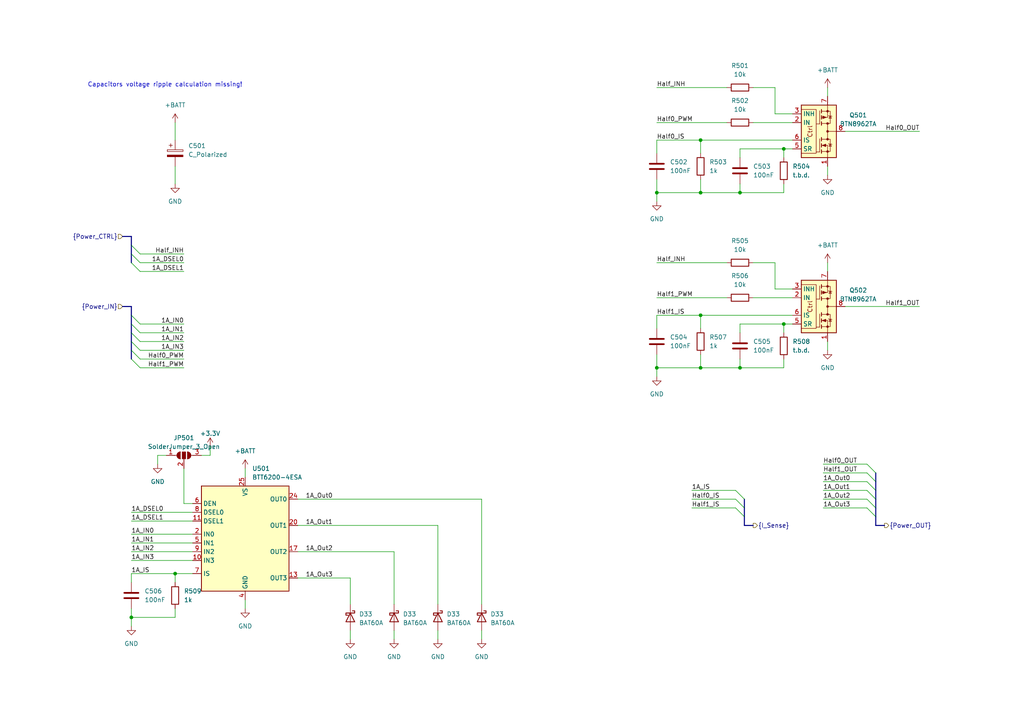
<source format=kicad_sch>
(kicad_sch (version 20230121) (generator eeschema)
  (paper "A4")
  (lib_symbols
    (symbol "Device:C" (pin_numbers hide) (pin_names (offset 0.254))
      (property "Reference" "C" (at 0.635 2.54 0))
      (property "Value" "C" (at 0.635 -2.54 0))
      (symbol "C_0_1"
        (polyline (pts (xy -2.032 -0.762) (xy 2.032 -0.762)) (stroke (width 0.508)))
        (polyline (pts (xy -2.032 0.762) (xy 2.032 0.762)) (stroke (width 0.508)))
      )
      (symbol "C_1_1"
        (pin passive line (at 0 3.81 270) (length 2.794) (name "~") (number "1"))
        (pin passive line (at 0 -3.81 90) (length 2.794) (name "~") (number "2"))
      )
    )
    (symbol "Device:C_Polarized" (pin_numbers hide) (pin_names (offset 0.254))
      (property "Reference" "C" (at 0.635 2.54 0))
      (property "Value" "C_Polarized" (at 0.635 -2.54 0))
      (symbol "C_Polarized_0_1"
        (rectangle (start -2.286 0.508) (end 2.286 1.016))
        (polyline (pts (xy -1.778 2.286) (xy -0.762 2.286)))
        (polyline (pts (xy -1.27 2.794) (xy -1.27 1.778)))
        (rectangle (start 2.286 -0.508) (end -2.286 -1.016) (fill (type outline)))
      )
      (symbol "C_Polarized_1_1"
        (pin passive line (at 0 3.81 270) (length 2.794) (name "~") (number "1"))
        (pin passive line (at 0 -3.81 90) (length 2.794) (name "~") (number "2"))
      )
    )
    (symbol "Device:R" (pin_numbers hide) (pin_names (offset 0))
      (property "Reference" "R" (at 2.032 0 90))
      (property "Value" "R" (at 0 0 90))
      (symbol "R_0_1"
        (rectangle (start -1.016 -2.54) (end 1.016 2.54) (stroke (width 0.254)))
      )
      (symbol "R_1_1"
        (pin passive line (at 0 3.81 270) (length 1.27) (name "~") (number "1"))
        (pin passive line (at 0 -3.81 90) (length 1.27) (name "~") (number "2"))
      )
    )
    (symbol "Diode:BAT60A" (pin_numbers hide) (pin_names (offset 1.016) hide)
      (property "Reference" "D" (at 0 2.54 0))
      (property "Value" "BAT60A" (at 0 -2.54 0))
      (symbol "BAT60A_0_1"
        (polyline (pts (xy 1.27 0) (xy -1.27 0)))
        (polyline (pts (xy 1.27 1.27) (xy 1.27 -1.27) (xy -1.27 0) (xy 1.27 1.27)) (stroke (width 0.254)))
        (polyline (pts (xy -1.905 0.635) (xy -1.905 1.27) (xy -1.27 1.27) (xy -1.27 -1.27) (xy -0.635 -1.27) (xy -0.635 -0.635)) (stroke (width 0.254)))
      )
      (symbol "BAT60A_1_1"
        (pin passive line (at -3.81 0 0) (length 2.54) (name "K") (number "1"))
        (pin passive line (at 3.81 0 180) (length 2.54) (name "A") (number "2"))
      )
    )
    (symbol "FaSTTUBe_Power-Switches:BTN8962TA"
      (property "Reference" "Q" (at 6.35 5.715 0))
      (property "Value" "BTN8962TA" (at 6.35 3.81 0))
      (symbol "BTN8962TA_0_1"
        (rectangle (start -5.08 7.62) (end 5.08 -7.62) (stroke (width 0.254)) (fill (type background)))
        (polyline (pts (xy 0.254 -5.969) (xy -0.762 -5.969)))
        (polyline (pts (xy 0.254 2.159) (xy -0.762 2.159)))
        (polyline (pts (xy 2.54 0) (xy 5.08 0)))
        (polyline (pts (xy 2.54 2.286) (xy 2.54 -2.286)))
        (polyline (pts (xy 2.54 -5.842) (xy 2.54 -7.62) (xy 2.54 -6.858)))
        (polyline (pts (xy -5.08 6.35) (xy -0.762 6.35) (xy -0.762 -6.35) (xy -5.08 -6.35)))
      )
      (symbol "BTN8962TA_1_0"
        (text "Ctrl" (at -2.54 0 900) (effects (font (size 1.27 1.27))))
      )
      (symbol "BTN8962TA_1_1"
        (polyline (pts (xy 0.762 -5.842) (xy 2.54 -5.842)))
        (polyline (pts (xy 0.762 -5.334) (xy 0.762 -6.35)) (stroke (width 0.254)))
        (polyline (pts (xy 0.762 -4.064) (xy 2.54 -4.064)))
        (polyline (pts (xy 0.762 -3.556) (xy 0.762 -4.572)) (stroke (width 0.254)))
        (polyline (pts (xy 0.762 -2.286) (xy 2.54 -2.286)))
        (polyline (pts (xy 0.762 -1.778) (xy 0.762 -2.794)) (stroke (width 0.254)))
        (polyline (pts (xy 0.762 2.286) (xy 2.54 2.286)))
        (polyline (pts (xy 0.762 2.794) (xy 0.762 1.778)) (stroke (width 0.254)))
        (polyline (pts (xy 0.762 4.064) (xy 2.54 4.064)))
        (polyline (pts (xy 0.762 4.572) (xy 0.762 3.556)) (stroke (width 0.254)))
        (polyline (pts (xy 0.762 5.842) (xy 2.54 5.842)))
        (polyline (pts (xy 0.762 6.35) (xy 0.762 5.334)) (stroke (width 0.254)))
        (polyline (pts (xy 2.54 -5.842) (xy 2.54 -4.064)))
        (polyline (pts (xy 2.54 4.064) (xy 2.54 5.842)))
        (polyline (pts (xy 2.54 7.62) (xy 2.54 5.842)))
        (polyline (pts (xy 0.254 -2.159) (xy 0.254 -5.969) (xy 0.254 -5.969)))
        (polyline (pts (xy 0.254 5.969) (xy 0.254 2.159) (xy 0.254 2.159)))
        (polyline (pts (xy 1.016 -4.064) (xy 2.032 -3.683) (xy 2.032 -4.445) (xy 1.016 -4.064)) (fill (type outline)))
        (polyline (pts (xy 2.159 4.064) (xy 1.143 3.683) (xy 1.143 4.445) (xy 2.159 4.064)) (fill (type outline)))
        (polyline (pts (xy 2.54 -5.842) (xy 3.302 -5.842) (xy 3.302 -2.286) (xy 2.54 -2.286)))
        (polyline (pts (xy 2.54 2.286) (xy 3.302 2.286) (xy 3.302 5.842) (xy 2.54 5.842)))
        (polyline (pts (xy 2.794 -3.556) (xy 2.921 -3.683) (xy 3.683 -3.683) (xy 3.81 -3.81)))
        (polyline (pts (xy 2.794 4.572) (xy 2.921 4.445) (xy 3.683 4.445) (xy 3.81 4.318)))
        (polyline (pts (xy 3.302 -3.683) (xy 2.921 -4.318) (xy 3.683 -4.318) (xy 3.302 -3.683)))
        (polyline (pts (xy 3.302 4.445) (xy 2.921 3.81) (xy 3.683 3.81) (xy 3.302 4.445)))
        (circle (center 2.54 -5.842) (radius 0.2794) (fill (type outline)))
        (circle (center 2.54 -2.286) (radius 0.2794) (fill (type outline)))
        (circle (center 2.54 0) (radius 0.2794) (fill (type outline)))
        (circle (center 2.54 2.286) (radius 0.2794) (fill (type outline)))
        (circle (center 2.54 5.842) (radius 0.2794) (fill (type outline)))
        (pin power_in line (at 2.54 -10.16 90) (length 2.54) (name "~") (number "1"))
        (pin input line (at -7.62 2.54 0) (length 2.54) (name "IN") (number "2"))
        (pin input line (at -7.62 5.08 0) (length 2.54) (name "INH") (number "3"))
        (pin passive line (at 7.62 0 180) (length 2.54) hide (name "~") (number "4"))
        (pin input line (at -7.62 -5.08 0) (length 2.54) (name "SR") (number "5"))
        (pin output line (at -7.62 -2.54 0) (length 2.54) (name "IS") (number "6"))
        (pin power_in line (at 2.54 10.16 270) (length 2.54) (name "~") (number "7"))
        (pin passive line (at 7.62 0 180) (length 2.54) (name "~") (number "8"))
      )
    )
    (symbol "FaSTTUBe_Power-Switches:BTT6200-4ESA"
      (property "Reference" "U" (at 0 1.27 0))
      (property "Value" "BTT6200-4ESA" (at 0 -1.27 0))
      (symbol "BTT6200-4ESA_0_0"
        (pin input line (at -15.24 -6.35 0) (length 2.54) (name "IN3") (number "10"))
        (pin input line (at -15.24 5.08 0) (length 2.54) (name "DSEL1") (number "11"))
        (pin output line (at 15.24 -11.43 180) (length 2.54) (name "OUT3") (number "13"))
        (pin output line (at 15.24 -3.81 180) (length 2.54) (name "OUT2") (number "17"))
        (pin output line (at 15.24 3.81 180) (length 2.54) (name "OUT1") (number "20"))
        (pin output line (at 15.24 11.43 180) (length 2.54) (name "OUT0") (number "24"))
        (pin power_in line (at 0 17.78 270) (length 2.54) (name "VS") (number "25"))
        (pin power_in line (at 0 -17.78 90) (length 2.54) (name "GND") (number "4"))
        (pin input line (at -15.24 -1.27 0) (length 2.54) (name "IN1") (number "5"))
        (pin input line (at -15.24 10.16 0) (length 2.54) (name "DEN") (number "6"))
        (pin output line (at -15.24 -10.16 0) (length 2.54) (name "IS") (number "7"))
        (pin input line (at -15.24 7.62 0) (length 2.54) (name "DSEL0") (number "8"))
        (pin input line (at -15.24 -3.81 0) (length 2.54) (name "IN2") (number "9"))
      )
      (symbol "BTT6200-4ESA_0_1"
        (rectangle (start -12.7 15.24) (end 12.7 -15.24) (stroke (width 0.254)) (fill (type background)))
      )
      (symbol "BTT6200-4ESA_1_1"
        (pin input line (at -15.24 1.27 0) (length 2.54) (name "IN0") (number "2"))
      )
    )
    (symbol "Jumper:SolderJumper_3_Open" (pin_names (offset 0) hide)
      (property "Reference" "JP" (at -2.54 -2.54 0))
      (property "Value" "SolderJumper_3_Open" (at 0 2.794 0))
      (symbol "SolderJumper_3_Open_0_1"
        (arc (start -1.016 1.016) (mid -2.0276 0) (end -1.016 -1.016))
        (arc (start -1.016 1.016) (mid -2.0276 0) (end -1.016 -1.016) (fill (type outline)))
        (rectangle (start -0.508 1.016) (end 0.508 -1.016) (fill (type outline)))
        (polyline (pts (xy -2.54 0) (xy -2.032 0)))
        (polyline (pts (xy -1.016 1.016) (xy -1.016 -1.016)))
        (polyline (pts (xy 0 -1.27) (xy 0 -1.016)))
        (polyline (pts (xy 1.016 1.016) (xy 1.016 -1.016)))
        (polyline (pts (xy 2.54 0) (xy 2.032 0)))
        (arc (start 1.016 -1.016) (mid 2.0276 0) (end 1.016 1.016))
        (arc (start 1.016 -1.016) (mid 2.0276 0) (end 1.016 1.016) (fill (type outline)))
      )
      (symbol "SolderJumper_3_Open_1_1"
        (pin passive line (at -5.08 0 0) (length 2.54) (name "A") (number "1"))
        (pin passive line (at 0 -3.81 90) (length 2.54) (name "C") (number "2"))
        (pin passive line (at 5.08 0 180) (length 2.54) (name "B") (number "3"))
      )
    )
    (symbol "power:+3.3V" (power) (pin_names (offset 0))
      (property "Value" "+3.3V" (at 0 3.556 0))
      (symbol "+3.3V_0_1"
        (polyline (pts (xy -0.762 1.27) (xy 0 2.54)))
        (polyline (pts (xy 0 0) (xy 0 2.54)))
        (polyline (pts (xy 0 2.54) (xy 0.762 1.27)))
      )
      (symbol "+3.3V_1_1"
        (pin power_in line (at 0 0 90) (length 0) hide (name "+3.3V") (number "1"))
      )
    )
    (symbol "power:+BATT" (power) (pin_names (offset 0))
      (property "Value" "+BATT" (at 0 3.556 0))
      (symbol "+BATT_0_1"
        (polyline (pts (xy -0.762 1.27) (xy 0 2.54)))
        (polyline (pts (xy 0 0) (xy 0 2.54)))
        (polyline (pts (xy 0 2.54) (xy 0.762 1.27)))
      )
      (symbol "+BATT_1_1"
        (pin power_in line (at 0 0 90) (length 0) hide (name "+BATT") (number "1"))
      )
    )
    (symbol "power:GND" (power) (pin_names (offset 0))
      (property "Value" "GND" (at 0 -3.81 0))
      (symbol "GND_0_1"
        (polyline (pts (xy 0 0) (xy 0 -1.27) (xy 1.27 -1.27) (xy 0 -2.54) (xy -1.27 -1.27) (xy 0 -1.27)))
      )
      (symbol "GND_1_1"
        (pin power_in line (at 0 0 270) (length 0) hide (name "GND") (number "1"))
      )
    )
  )
  (bus_alias "I_Sense" (members "1A_IS" "Half0_IS" "Half1_IS"))
  (bus_alias "Power_IN" (members "1A_IN0" "1A_IN2" "1A_IN1" "1A_IN3" "Half0_PWM" "Half1_PWM"))
  (bus_alias "Power_CTRL" (members "Half_INH" "1A_DSEL0" "1A_DSEL1" ""))
  (junction (at 214.63 106.68))
  (junction (at 203.2 40.64))
  (junction (at 227.33 43.18))
  (junction (at 203.2 55.88))
  (junction (at 190.5 106.68))
  (junction (at 38.1 179.07))
  (junction (at 203.2 106.68))
  (junction (at 190.5 55.88))
  (junction (at 50.8 166.37))
  (junction (at 214.63 55.88))
  (junction (at 227.33 93.98))
  (junction (at 203.2 91.44))
  (bus_entry (at 40.64 106.68) (size -2.54 -2.54))
  (bus_entry (at 40.64 96.52) (size -2.54 -2.54))
  (bus_entry (at 251.46 147.32) (size 2.54 2.54))
  (bus_entry (at 251.46 144.78) (size 2.54 2.54))
  (bus_entry (at 251.46 142.24) (size 2.54 2.54))
  (bus_entry (at 40.64 78.74) (size -2.54 -2.54))
  (bus_entry (at 40.64 101.6) (size -2.54 -2.54))
  (bus_entry (at 40.64 73.66) (size -2.54 -2.54))
  (bus_entry (at 251.46 137.16) (size 2.54 2.54))
  (bus_entry (at 40.64 93.98) (size -2.54 -2.54))
  (bus_entry (at 213.36 142.24) (size 2.54 2.54))
  (bus_entry (at 213.36 144.78) (size 2.54 2.54))
  (bus_entry (at 251.46 134.62) (size 2.54 2.54))
  (bus_entry (at 40.64 99.06) (size -2.54 -2.54))
  (bus_entry (at 251.46 139.7) (size 2.54 2.54))
  (bus_entry (at 40.64 104.14) (size -2.54 -2.54))
  (bus_entry (at 213.36 147.32) (size 2.54 2.54))
  (bus_entry (at 38.1 73.66) (size 2.54 2.54))
  (wire (pts (xy 86.36 152.4) (xy 127 152.4)))
  (wire (pts (xy 218.44 86.36) (xy 229.87 86.36)))
  (wire (pts (xy 53.34 73.66) (xy 40.64 73.66)))
  (wire (pts (xy 38.1 154.94) (xy 55.88 154.94)))
  (wire (pts (xy 227.33 93.98) (xy 227.33 96.52)))
  (wire (pts (xy 40.64 93.98) (xy 53.34 93.98)))
  (bus (pts (xy 38.1 71.12) (xy 38.1 73.66)))
  (bus (pts (xy 38.1 91.44) (xy 38.1 93.98)))
  (wire (pts (xy 38.1 162.56) (xy 55.88 162.56)))
  (bus (pts (xy 38.1 68.58) (xy 35.56 68.58)))
  (bus (pts (xy 38.1 73.66) (xy 38.1 76.2)))
  (bus (pts (xy 38.1 96.52) (xy 38.1 99.06)))
  (wire (pts (xy 190.5 76.2) (xy 210.82 76.2)))
  (wire (pts (xy 48.26 132.08) (xy 45.72 132.08)))
  (wire (pts (xy 190.5 106.68) (xy 203.2 106.68)))
  (wire (pts (xy 190.5 55.88) (xy 203.2 55.88)))
  (wire (pts (xy 229.87 91.44) (xy 203.2 91.44)))
  (wire (pts (xy 214.63 96.52) (xy 214.63 93.98)))
  (wire (pts (xy 60.96 132.08) (xy 60.96 129.54)))
  (wire (pts (xy 190.5 91.44) (xy 203.2 91.44)))
  (wire (pts (xy 190.5 40.64) (xy 203.2 40.64)))
  (bus (pts (xy 38.1 88.9) (xy 35.56 88.9)))
  (wire (pts (xy 101.6 175.26) (xy 101.6 167.64)))
  (wire (pts (xy 40.64 99.06) (xy 53.34 99.06)))
  (wire (pts (xy 38.1 179.07) (xy 38.1 181.61)))
  (wire (pts (xy 214.63 53.34) (xy 214.63 55.88)))
  (wire (pts (xy 127 182.88) (xy 127 185.42)))
  (wire (pts (xy 38.1 157.48) (xy 55.88 157.48)))
  (wire (pts (xy 50.8 166.37) (xy 50.8 168.91)))
  (wire (pts (xy 139.7 175.26) (xy 139.7 144.78)))
  (bus (pts (xy 38.1 91.44) (xy 38.1 88.9)))
  (wire (pts (xy 58.42 132.08) (xy 60.96 132.08)))
  (wire (pts (xy 214.63 106.68) (xy 227.33 106.68)))
  (wire (pts (xy 213.36 144.78) (xy 200.66 144.78)))
  (wire (pts (xy 203.2 40.64) (xy 203.2 44.45)))
  (wire (pts (xy 238.76 137.16) (xy 251.46 137.16)))
  (wire (pts (xy 214.63 45.72) (xy 214.63 43.18)))
  (wire (pts (xy 50.8 176.53) (xy 50.8 179.07)))
  (bus (pts (xy 215.9 152.4) (xy 218.44 152.4)))
  (wire (pts (xy 86.36 144.78) (xy 139.7 144.78)))
  (bus (pts (xy 254 147.32) (xy 254 149.86)))
  (wire (pts (xy 190.5 106.68) (xy 190.5 109.22)))
  (wire (pts (xy 203.2 106.68) (xy 214.63 106.68)))
  (wire (pts (xy 203.2 52.07) (xy 203.2 55.88)))
  (wire (pts (xy 101.6 182.88) (xy 101.6 185.42)))
  (wire (pts (xy 40.64 78.74) (xy 53.34 78.74)))
  (wire (pts (xy 227.33 55.88) (xy 227.33 53.34)))
  (wire (pts (xy 71.12 135.89) (xy 71.12 138.43)))
  (bus (pts (xy 38.1 99.06) (xy 38.1 101.6)))
  (bus (pts (xy 254 144.78) (xy 254 147.32)))
  (wire (pts (xy 240.03 48.26) (xy 240.03 50.8)))
  (wire (pts (xy 238.76 134.62) (xy 251.46 134.62)))
  (wire (pts (xy 71.12 173.99) (xy 71.12 176.53)))
  (wire (pts (xy 214.63 93.98) (xy 227.33 93.98)))
  (wire (pts (xy 240.03 99.06) (xy 240.03 101.6)))
  (bus (pts (xy 254 142.24) (xy 254 144.78)))
  (bus (pts (xy 254 152.4) (xy 256.54 152.4)))
  (bus (pts (xy 254 139.7) (xy 254 142.24)))
  (wire (pts (xy 50.8 166.37) (xy 55.88 166.37)))
  (wire (pts (xy 218.44 76.2) (xy 224.79 76.2)))
  (wire (pts (xy 218.44 35.56) (xy 229.87 35.56)))
  (wire (pts (xy 224.79 33.02) (xy 224.79 25.4)))
  (wire (pts (xy 139.7 182.88) (xy 139.7 185.42)))
  (wire (pts (xy 214.63 55.88) (xy 227.33 55.88)))
  (wire (pts (xy 127 175.26) (xy 127 152.4)))
  (wire (pts (xy 190.5 35.56) (xy 210.82 35.56)))
  (wire (pts (xy 190.5 25.4) (xy 210.82 25.4)))
  (wire (pts (xy 53.34 135.89) (xy 53.34 146.05)))
  (wire (pts (xy 190.5 52.07) (xy 190.5 55.88)))
  (wire (pts (xy 190.5 55.88) (xy 190.5 58.42)))
  (wire (pts (xy 214.63 104.14) (xy 214.63 106.68)))
  (wire (pts (xy 238.76 139.7) (xy 251.46 139.7)))
  (wire (pts (xy 114.3 175.26) (xy 114.3 160.02)))
  (wire (pts (xy 40.64 101.6) (xy 53.34 101.6)))
  (wire (pts (xy 203.2 102.87) (xy 203.2 106.68)))
  (bus (pts (xy 215.9 144.78) (xy 215.9 147.32)))
  (wire (pts (xy 238.76 147.32) (xy 251.46 147.32)))
  (wire (pts (xy 50.8 35.56) (xy 50.8 40.64)))
  (bus (pts (xy 215.9 147.32) (xy 215.9 149.86)))
  (wire (pts (xy 203.2 55.88) (xy 214.63 55.88)))
  (wire (pts (xy 38.1 176.53) (xy 38.1 179.07)))
  (wire (pts (xy 86.36 160.02) (xy 114.3 160.02)))
  (wire (pts (xy 214.63 43.18) (xy 227.33 43.18)))
  (wire (pts (xy 229.87 83.82) (xy 224.79 83.82)))
  (wire (pts (xy 55.88 146.05) (xy 53.34 146.05)))
  (wire (pts (xy 190.5 95.25) (xy 190.5 91.44)))
  (wire (pts (xy 238.76 142.24) (xy 251.46 142.24)))
  (wire (pts (xy 190.5 102.87) (xy 190.5 106.68)))
  (wire (pts (xy 86.36 167.64) (xy 101.6 167.64)))
  (wire (pts (xy 45.72 132.08) (xy 45.72 134.62)))
  (wire (pts (xy 38.1 179.07) (xy 50.8 179.07)))
  (wire (pts (xy 229.87 40.64) (xy 203.2 40.64)))
  (wire (pts (xy 229.87 43.18) (xy 227.33 43.18)))
  (wire (pts (xy 240.03 25.4) (xy 240.03 27.94)))
  (wire (pts (xy 200.66 147.32) (xy 213.36 147.32)))
  (bus (pts (xy 215.9 149.86) (xy 215.9 152.4)))
  (wire (pts (xy 203.2 91.44) (xy 203.2 95.25)))
  (wire (pts (xy 218.44 25.4) (xy 224.79 25.4)))
  (bus (pts (xy 38.1 93.98) (xy 38.1 96.52)))
  (wire (pts (xy 229.87 33.02) (xy 224.79 33.02)))
  (wire (pts (xy 38.1 148.59) (xy 55.88 148.59)))
  (wire (pts (xy 245.11 38.1) (xy 266.7 38.1)))
  (wire (pts (xy 38.1 168.91) (xy 38.1 166.37)))
  (wire (pts (xy 53.34 104.14) (xy 40.64 104.14)))
  (wire (pts (xy 245.11 88.9) (xy 266.7 88.9)))
  (wire (pts (xy 240.03 76.2) (xy 240.03 78.74)))
  (wire (pts (xy 238.76 144.78) (xy 251.46 144.78)))
  (wire (pts (xy 40.64 76.2) (xy 53.34 76.2)))
  (wire (pts (xy 190.5 44.45) (xy 190.5 40.64)))
  (wire (pts (xy 229.87 93.98) (xy 227.33 93.98)))
  (wire (pts (xy 50.8 48.26) (xy 50.8 53.34)))
  (wire (pts (xy 224.79 83.82) (xy 224.79 76.2)))
  (wire (pts (xy 40.64 96.52) (xy 53.34 96.52)))
  (bus (pts (xy 254 137.16) (xy 254 139.7)))
  (wire (pts (xy 227.33 43.18) (xy 227.33 45.72)))
  (bus (pts (xy 38.1 101.6) (xy 38.1 104.14)))
  (bus (pts (xy 38.1 71.12) (xy 38.1 68.58)))
  (wire (pts (xy 114.3 182.88) (xy 114.3 185.42)))
  (wire (pts (xy 200.66 142.24) (xy 213.36 142.24)))
  (wire (pts (xy 38.1 151.13) (xy 55.88 151.13)))
  (wire (pts (xy 190.5 86.36) (xy 210.82 86.36)))
  (wire (pts (xy 38.1 166.37) (xy 50.8 166.37)))
  (wire (pts (xy 38.1 160.02) (xy 55.88 160.02)))
  (bus (pts (xy 254 149.86) (xy 254 152.4)))
  (wire (pts (xy 227.33 106.68) (xy 227.33 104.14)))
  (wire (pts (xy 40.64 106.68) (xy 53.34 106.68)))
  (text "Capacitors voltage ripple calculation missing!" (at 25.4 25.4 0) (effects (font (size 1.27 1.27)) (justify left bottom)))
  (label "1A_DSEL0" (at 38.1 148.59 0))
  (label "1A_IN2" (at 38.1 160.02 0))
  (label "1A_Out3" (at 238.76 147.32 0))
  (label "Half1_OUT" (at 266.7 88.9 180))
  (label "Half1_IS" (at 190.5 91.44 0))
  (label "1A_Out2" (at 238.76 144.78 0))
  (label "1A_Out0" (at 96.52 144.78 180))
  (label "Half_INH" (at 190.5 25.4 0))
  (label "Half0_PWM" (at 190.5 35.56 0))
  (label "1A_IN3" (at 53.34 101.6 180))
  (label "1A_DSEL1" (at 38.1 151.13 0))
  (label "1A_DSEL0" (at 53.34 76.2 180))
  (label "Half1_IS" (at 200.66 147.32 0))
  (label "1A_IN1" (at 38.1 157.48 0))
  (label "Half0_IS" (at 190.5 40.64 0))
  (label "Half0_OUT" (at 266.7 38.1 180))
  (label "1A_Out2" (at 96.52 160.02 180))
  (label "Half_INH" (at 53.34 73.66 180))
  (label "1A_IN1" (at 53.34 96.52 180))
  (label "1A_DSEL1" (at 53.34 78.74 180))
  (label "1A_Out0" (at 238.76 139.7 0))
  (label "Half_INH" (at 190.5 76.2 0))
  (label "1A_IN3" (at 38.1 162.56 0))
  (label "1A_IS" (at 38.1 166.37 0))
  (label "1A_IN0" (at 38.1 154.94 0))
  (label "Half0_OUT" (at 238.76 134.62 0))
  (label "1A_Out1" (at 96.52 152.4 180))
  (label "Half0_PWM" (at 53.34 104.14 180))
  (label "1A_IN0" (at 53.34 93.98 180))
  (label "1A_IS" (at 200.66 142.24 0))
  (label "Half1_PWM" (at 53.34 106.68 180))
  (label "1A_IN2" (at 53.34 99.06 180))
  (label "1A_Out1" (at 238.76 142.24 0))
  (label "1A_Out3" (at 96.52 167.64 180))
  (label "Half1_OUT" (at 238.76 137.16 0))
  (label "Half0_IS" (at 200.66 144.78 0))
  (label "Half1_PWM" (at 190.5 86.36 0))
  (hierarchical_label "{I_Sense}" (shape output) (at 218.44 152.4 0))
  (hierarchical_label "{Power_IN}" (shape input) (at 35.56 88.9 180))
  (hierarchical_label "{Power_CTRL}" (shape input) (at 35.56 68.58 180))
  (hierarchical_label "{Power_OUT}" (shape output) (at 256.54 152.4 0))
  (symbol (lib_id "power:GND") (at 50.8 53.34 0) (unit 1)
    (property "Reference" "#PWR0504" (effects hide))
    (property "Value" "GND" (at 50.8 58.42 0))
    (instances (project "Sensor_Board" (path "" (reference "#PWR0504") (unit 1))) (project "FT22_VCU_Konzept" (path "" (reference "#PWR0114") (unit 1))))
  )
  (symbol (lib_id "power:GND") (at 240.03 101.6 0) (unit 1)
    (property "Reference" "#PWR0507" (effects hide))
    (property "Value" "GND" (at 240.03 106.68 0))
    (instances (project "Sensor_Board" (path "" (reference "#PWR0507") (unit 1))) (project "FT22_VCU_Konzept" (path "" (reference "#PWR0120") (unit 1))))
  )
  (symbol (lib_id "power:GND") (at 45.72 134.62 0) (unit 1)
    (property "Reference" "#PWR0510" (effects hide))
    (property "Value" "GND" (at 45.72 139.7 0))
    (instances (project "Sensor_Board" (path "" (reference "#PWR0510") (unit 1))) (project "FT22_VCU_Konzept" (path "" (reference "#PWR0126") (unit 1))))
  )
  (symbol (lib_id "power:GND") (at 114.3 185.42 0) (unit 1)
    (property "Reference" "#PWR0515" (effects hide))
    (property "Value" "GND" (at 114.3 190.5 0))
    (instances (project "Sensor_Board" (path "" (reference "#PWR0515") (unit 1))) (project "FT22_VCU_Konzept" (path "" (reference "#PWR0125") (unit 1))))
  )
  (symbol (lib_id "power:GND") (at 190.5 58.42 0) (unit 1)
    (property "Reference" "#PWR0505" (effects hide))
    (property "Value" "GND" (at 190.5 63.5 0))
    (instances (project "Sensor_Board" (path "" (reference "#PWR0505") (unit 1))) (project "FT22_VCU_Konzept" (path "" (reference "#PWR0116") (unit 1))))
  )
  (symbol (lib_id "Device:R") (at 203.2 48.26 180) (unit 1)
    (property "Reference" "R503" (at 205.74 46.9899 0) (effects (justify right)))
    (property "Value" "1k" (at 205.74 49.5299 0) (effects (justify right)))
    (property "Footprint" "Resistor_SMD:R_0603_1608Metric" (effects hide))
    (instances (project "Sensor_Board" (path "" (reference "R503") (unit 1))) (project "FT22_VCU_Konzept" (path "" (reference "R37") (unit 1))))
  )
  (symbol (lib_id "power:GND") (at 71.12 176.53 0) (unit 1)
    (property "Reference" "#PWR0512" (effects hide))
    (property "Value" "GND" (at 71.12 181.61 0))
    (instances (project "Sensor_Board" (path "" (reference "#PWR0512") (unit 1))) (project "FT22_VCU_Konzept" (path "" (reference "#PWR0125") (unit 1))))
  )
  (symbol (lib_id "Diode:BAT60A") (at 114.3 179.07 270) (unit 1)
    (property "Reference" "D33" (at 116.84 178.1175 90) (effects (justify left)))
    (property "Value" "BAT60A" (at 116.84 180.6575 90) (effects (justify left)))
    (property "Footprint" "Diode_SMD:D_SOD-323" (effects hide))
    (property "Datasheet" "https://www.infineon.com/dgdl/Infineon-BAT60ASERIES-DS-v01_01-en.pdf?fileId=db3a304313d846880113def70c9304a9" (effects hide))
    (instances (project "Sensor_Board" (path "" (reference "D33") (unit 1)) (path "" (reference "D21") (unit 1)) (path "" (reference "D1205") (unit 1)) (path "" (reference "D502") (unit 1))) (project "FT22_VCU_Konzept" (path "" (reference "D33") (unit 1))))
  )
  (symbol (lib_id "power:GND") (at 38.1 181.61 0) (unit 1)
    (property "Reference" "#PWR0513" (effects hide))
    (property "Value" "GND" (at 38.1 186.69 0))
    (instances (project "Sensor_Board" (path "" (reference "#PWR0513") (unit 1))) (project "FT22_VCU_Konzept" (path "" (reference "#PWR0126") (unit 1))))
  )
  (symbol (lib_id "power:GND") (at 190.5 109.22 0) (unit 1)
    (property "Reference" "#PWR0508" (effects hide))
    (property "Value" "GND" (at 190.5 114.3 0))
    (instances (project "Sensor_Board" (path "" (reference "#PWR0508") (unit 1))) (project "FT22_VCU_Konzept" (path "" (reference "#PWR0122") (unit 1))))
  )
  (symbol (lib_id "power:GND") (at 101.6 185.42 0) (unit 1)
    (property "Reference" "#PWR0514" (effects hide))
    (property "Value" "GND" (at 101.6 190.5 0))
    (instances (project "Sensor_Board" (path "" (reference "#PWR0514") (unit 1))) (project "FT22_VCU_Konzept" (path "" (reference "#PWR0125") (unit 1))))
  )
  (symbol (lib_id "Device:C") (at 38.1 172.72 0) (unit 1)
    (property "Reference" "C506" (at 41.91 171.4499 0) (effects (justify left)))
    (property "Value" "100nF" (at 41.91 173.9899 0) (effects (justify left)))
    (property "Footprint" "Capacitor_SMD:C_0603_1608Metric" (effects hide))
    (instances (project "Sensor_Board" (path "" (reference "C506") (unit 1))) (project "FT22_VCU_Konzept" (path "" (reference "C55") (unit 1))))
  )
  (symbol (lib_id "FaSTTUBe_Power-Switches:BTN8962TA") (at 237.49 38.1 0) (unit 1)
    (property "Reference" "Q501" (at 248.92 33.401 0))
    (property "Value" "BTN8962TA" (at 248.92 35.941 0))
    (property "Footprint" "Package_TO_SOT_SMD:TO-263-7_TabPin8" (effects hide))
    (instances (project "Sensor_Board" (path "" (reference "Q501") (unit 1))) (project "FT22_VCU_Konzept" (path "" (reference "Q1") (unit 1))))
  )
  (symbol (lib_id "Device:C") (at 190.5 99.06 0) (unit 1)
    (property "Reference" "C504" (at 194.31 97.7899 0) (effects (justify left)))
    (property "Value" "100nF" (at 194.31 100.3299 0) (effects (justify left)))
    (property "Footprint" "Capacitor_SMD:C_0603_1608Metric" (effects hide))
    (instances (project "Sensor_Board" (path "" (reference "C504") (unit 1))) (project "FT22_VCU_Konzept" (path "" (reference "C52") (unit 1))))
  )
  (symbol (lib_id "power:GND") (at 127 185.42 0) (unit 1)
    (property "Reference" "#PWR0516" (effects hide))
    (property "Value" "GND" (at 127 190.5 0))
    (instances (project "Sensor_Board" (path "" (reference "#PWR0516") (unit 1))) (project "FT22_VCU_Konzept" (path "" (reference "#PWR0125") (unit 1))))
  )
  (symbol (lib_id "power:+3.3V") (at 60.96 129.54 0) (unit 1)
    (property "Reference" "#PWR0509" (effects hide))
    (property "Value" "+3.3V" (at 60.96 125.73 0))
  )
  (symbol (lib_id "Jumper:SolderJumper_3_Open") (at 53.34 132.08 0) (unit 1)
    (property "Reference" "JP501" (at 53.34 127 0))
    (property "Value" "SolderJumper_3_Open" (at 53.34 129.54 0))
    (property "Footprint" "Jumper:SolderJumper-3_P1.3mm_Open_Pad1.0x1.5mm" (effects hide))
  )
  (symbol (lib_id "power:+BATT") (at 50.8 35.56 0) (unit 1)
    (property "Reference" "#PWR0502" (effects hide))
    (property "Value" "+BATT" (at 50.8 30.48 0))
    (instances (project "Sensor_Board" (path "" (reference "#PWR0502") (unit 1))) (project "FT22_VCU_Konzept" (path "" (reference "#PWR0112") (unit 1))))
  )
  (symbol (lib_id "Device:R") (at 227.33 100.33 180) (unit 1)
    (property "Reference" "R508" (at 229.87 99.0599 0) (effects (justify right)))
    (property "Value" "t.b.d." (at 229.87 101.5999 0) (effects (justify right)))
    (property "Footprint" "Resistor_SMD:R_0603_1608Metric" (effects hide))
    (instances (project "Sensor_Board" (path "" (reference "R508") (unit 1))) (project "FT22_VCU_Konzept" (path "" (reference "R43") (unit 1))))
  )
  (symbol (lib_id "FaSTTUBe_Power-Switches:BTN8962TA") (at 237.49 88.9 0) (unit 1)
    (property "Reference" "Q502" (at 248.92 84.201 0))
    (property "Value" "BTN8962TA" (at 248.92 86.741 0))
    (property "Footprint" "Package_TO_SOT_SMD:TO-263-7_TabPin8" (effects hide))
    (instances (project "Sensor_Board" (path "" (reference "Q502") (unit 1))) (project "FT22_VCU_Konzept" (path "" (reference "Q2") (unit 1))))
  )
  (symbol (lib_id "Device:C_Polarized") (at 50.8 44.45 0) (unit 1)
    (property "Reference" "C501" (at 54.61 42.2909 0) (effects (justify left)))
    (property "Value" "C_Polarized" (at 54.61 44.8309 0) (effects (justify left)))
    (instances (project "Sensor_Board" (path "" (reference "C501") (unit 1))) (project "FT22_VCU_Konzept" (path "" (reference "C48") (unit 1))))
  )
  (symbol (lib_id "Device:C") (at 214.63 100.33 0) (unit 1)
    (property "Reference" "C505" (at 218.44 99.0599 0) (effects (justify left)))
    (property "Value" "100nF" (at 218.44 101.5999 0) (effects (justify left)))
    (property "Footprint" "Capacitor_SMD:C_0603_1608Metric" (effects hide))
    (instances (project "Sensor_Board" (path "" (reference "C505") (unit 1))) (project "FT22_VCU_Konzept" (path "" (reference "C53") (unit 1))))
  )
  (symbol (lib_id "power:GND") (at 139.7 185.42 0) (unit 1)
    (property "Reference" "#PWR0517" (effects hide))
    (property "Value" "GND" (at 139.7 190.5 0))
    (instances (project "Sensor_Board" (path "" (reference "#PWR0517") (unit 1))) (project "FT22_VCU_Konzept" (path "" (reference "#PWR0125") (unit 1))))
  )
  (symbol (lib_id "power:+BATT") (at 240.03 25.4 0) (unit 1)
    (property "Reference" "#PWR0501" (effects hide))
    (property "Value" "+BATT" (at 240.03 20.32 0))
    (instances (project "Sensor_Board" (path "" (reference "#PWR0501") (unit 1))) (project "FT22_VCU_Konzept" (path "" (reference "#PWR0110") (unit 1))))
  )
  (symbol (lib_id "Device:C") (at 190.5 48.26 0) (unit 1)
    (property "Reference" "C502" (at 194.31 46.9899 0) (effects (justify left)))
    (property "Value" "100nF" (at 194.31 49.5299 0) (effects (justify left)))
    (property "Footprint" "Capacitor_SMD:C_0603_1608Metric" (effects hide))
    (instances (project "Sensor_Board" (path "" (reference "C502") (unit 1))) (project "FT22_VCU_Konzept" (path "" (reference "C49") (unit 1))))
  )
  (symbol (lib_id "Device:R") (at 227.33 49.53 180) (unit 1)
    (property "Reference" "R504" (at 229.87 48.2599 0) (effects (justify right)))
    (property "Value" "t.b.d." (at 229.87 50.7999 0) (effects (justify right)))
    (property "Footprint" "Resistor_SMD:R_0603_1608Metric" (effects hide))
    (instances (project "Sensor_Board" (path "" (reference "R504") (unit 1))) (project "FT22_VCU_Konzept" (path "" (reference "R38") (unit 1))))
  )
  (symbol (lib_id "power:+BATT") (at 71.12 135.89 0) (unit 1)
    (property "Reference" "#PWR0511" (effects hide))
    (property "Value" "+BATT" (at 71.12 130.81 0))
    (instances (project "Sensor_Board" (path "" (reference "#PWR0511") (unit 1))) (project "FT22_VCU_Konzept" (path "" (reference "#PWR0124") (unit 1))))
  )
  (symbol (lib_id "Device:C") (at 214.63 49.53 0) (unit 1)
    (property "Reference" "C503" (at 218.44 48.2599 0) (effects (justify left)))
    (property "Value" "100nF" (at 218.44 50.7999 0) (effects (justify left)))
    (property "Footprint" "Capacitor_SMD:C_0603_1608Metric" (effects hide))
    (instances (project "Sensor_Board" (path "" (reference "C503") (unit 1))) (project "FT22_VCU_Konzept" (path "" (reference "C50") (unit 1))))
  )
  (symbol (lib_id "Diode:BAT60A") (at 101.6 179.07 270) (unit 1)
    (property "Reference" "D33" (at 104.14 178.1175 90) (effects (justify left)))
    (property "Value" "BAT60A" (at 104.14 180.6575 90) (effects (justify left)))
    (property "Footprint" "Diode_SMD:D_SOD-323" (effects hide))
    (property "Datasheet" "https://www.infineon.com/dgdl/Infineon-BAT60ASERIES-DS-v01_01-en.pdf?fileId=db3a304313d846880113def70c9304a9" (effects hide))
    (instances (project "Sensor_Board" (path "" (reference "D33") (unit 1)) (path "" (reference "D21") (unit 1)) (path "" (reference "D1205") (unit 1)) (path "" (reference "D501") (unit 1))) (project "FT22_VCU_Konzept" (path "" (reference "D33") (unit 1))))
  )
  (symbol (lib_id "Device:R") (at 214.63 76.2 90) (unit 1)
    (property "Reference" "R505" (at 214.63 69.85 90))
    (property "Value" "10k" (at 214.63 72.39 90))
    (property "Footprint" "Resistor_SMD:R_0603_1608Metric" (effects hide))
    (instances (project "Sensor_Board" (path "" (reference "R505") (unit 1))) (project "FT22_VCU_Konzept" (path "" (reference "R40") (unit 1))))
  )
  (symbol (lib_id "Device:R") (at 214.63 86.36 90) (unit 1)
    (property "Reference" "R506" (at 214.63 80.01 90))
    (property "Value" "10k" (at 214.63 82.55 90))
    (property "Footprint" "Resistor_SMD:R_0603_1608Metric" (effects hide))
    (instances (project "Sensor_Board" (path "" (reference "R506") (unit 1))) (project "FT22_VCU_Konzept" (path "" (reference "R41") (unit 1))))
  )
  (symbol (lib_id "power:+BATT") (at 240.03 76.2 0) (unit 1)
    (property "Reference" "#PWR0506" (effects hide))
    (property "Value" "+BATT" (at 240.03 71.12 0))
    (instances (project "Sensor_Board" (path "" (reference "#PWR0506") (unit 1))) (project "FT22_VCU_Konzept" (path "" (reference "#PWR0118") (unit 1))))
  )
  (symbol (lib_id "power:GND") (at 240.03 50.8 0) (unit 1)
    (property "Reference" "#PWR0503" (effects hide))
    (property "Value" "GND" (at 240.03 55.88 0))
    (instances (project "Sensor_Board" (path "" (reference "#PWR0503") (unit 1))) (project "FT22_VCU_Konzept" (path "" (reference "#PWR0113") (unit 1))))
  )
  (symbol (lib_id "Device:R") (at 214.63 35.56 90) (unit 1)
    (property "Reference" "R502" (at 214.63 29.21 90))
    (property "Value" "10k" (at 214.63 31.75 90))
    (property "Footprint" "Resistor_SMD:R_0603_1608Metric" (effects hide))
    (instances (project "Sensor_Board" (path "" (reference "R502") (unit 1))) (project "FT22_VCU_Konzept" (path "" (reference "R36") (unit 1))))
  )
  (symbol (lib_id "Device:R") (at 214.63 25.4 90) (unit 1)
    (property "Reference" "R501" (at 214.63 19.05 90))
    (property "Value" "10k" (at 214.63 21.59 90))
    (property "Footprint" "Resistor_SMD:R_0603_1608Metric" (effects hide))
    (instances (project "Sensor_Board" (path "" (reference "R501") (unit 1))) (project "FT22_VCU_Konzept" (path "" (reference "R35") (unit 1))))
  )
  (symbol (lib_id "FaSTTUBe_Power-Switches:BTT6200-4ESA") (at 71.12 156.21 0) (unit 1)
    (property "Reference" "U501" (at 73.1394 135.89 0) (effects (justify left)))
    (property "Value" "BTT6200-4ESA" (at 73.1394 138.43 0) (effects (justify left)))
    (property "Footprint" "FaSTTUBe_Power_Switches:Infineon_PG-TSDSO-24" (effects hide))
    (instances (project "Sensor_Board" (path "" (reference "U501") (unit 1))) (project "FT22_VCU_Konzept" (path "" (reference "U14") (unit 1))))
  )
  (symbol (lib_id "Diode:BAT60A") (at 139.7 179.07 270) (unit 1)
    (property "Reference" "D33" (at 142.24 178.1175 90) (effects (justify left)))
    (property "Value" "BAT60A" (at 142.24 180.6575 90) (effects (justify left)))
    (property "Footprint" "Diode_SMD:D_SOD-323" (effects hide))
    (property "Datasheet" "https://www.infineon.com/dgdl/Infineon-BAT60ASERIES-DS-v01_01-en.pdf?fileId=db3a304313d846880113def70c9304a9" (effects hide))
    (instances (project "Sensor_Board" (path "" (reference "D33") (unit 1)) (path "" (reference "D21") (unit 1)) (path "" (reference "D1205") (unit 1)) (path "" (reference "D504") (unit 1))) (project "FT22_VCU_Konzept" (path "" (reference "D33") (unit 1))))
  )
  (symbol (lib_id "Diode:BAT60A") (at 127 179.07 270) (unit 1)
    (property "Reference" "D33" (at 129.54 178.1175 90) (effects (justify left)))
    (property "Value" "BAT60A" (at 129.54 180.6575 90) (effects (justify left)))
    (property "Footprint" "Diode_SMD:D_SOD-323" (effects hide))
    (property "Datasheet" "https://www.infineon.com/dgdl/Infineon-BAT60ASERIES-DS-v01_01-en.pdf?fileId=db3a304313d846880113def70c9304a9" (effects hide))
    (instances (project "Sensor_Board" (path "" (reference "D33") (unit 1)) (path "" (reference "D21") (unit 1)) (path "" (reference "D1205") (unit 1)) (path "" (reference "D503") (unit 1))) (project "FT22_VCU_Konzept" (path "" (reference "D33") (unit 1))))
  )
  (symbol (lib_id "Device:R") (at 203.2 99.06 180) (unit 1)
    (property "Reference" "R507" (at 205.74 97.7899 0) (effects (justify right)))
    (property "Value" "1k" (at 205.74 100.3299 0) (effects (justify right)))
    (property "Footprint" "Resistor_SMD:R_0603_1608Metric" (effects hide))
    (instances (project "Sensor_Board" (path "" (reference "R507") (unit 1))) (project "FT22_VCU_Konzept" (path "" (reference "R42") (unit 1))))
  )
  (symbol (lib_id "Device:R") (at 50.8 172.72 180) (unit 1)
    (property "Reference" "R509" (at 53.34 171.4499 0) (effects (justify right)))
    (property "Value" "1k" (at 53.34 173.9899 0) (effects (justify right)))
    (property "Footprint" "Resistor_SMD:R_0603_1608Metric" (effects hide))
    (instances (project "Sensor_Board" (path "" (reference "R509") (unit 1))) (project "FT22_VCU_Konzept" (path "" (reference "R45") (unit 1))))
  )
)
</source>
